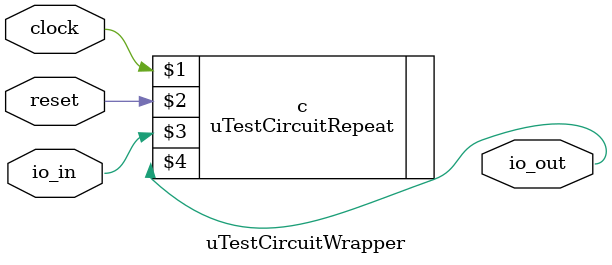
<source format=v>
module uTestCircuitWrapper(
  input wire clock,
  input wire reset,
  input wire io_in,
  output wire io_out
);
  uTestCircuitRepeat c(clock, reset, io_in, io_out);
endmodule

</source>
